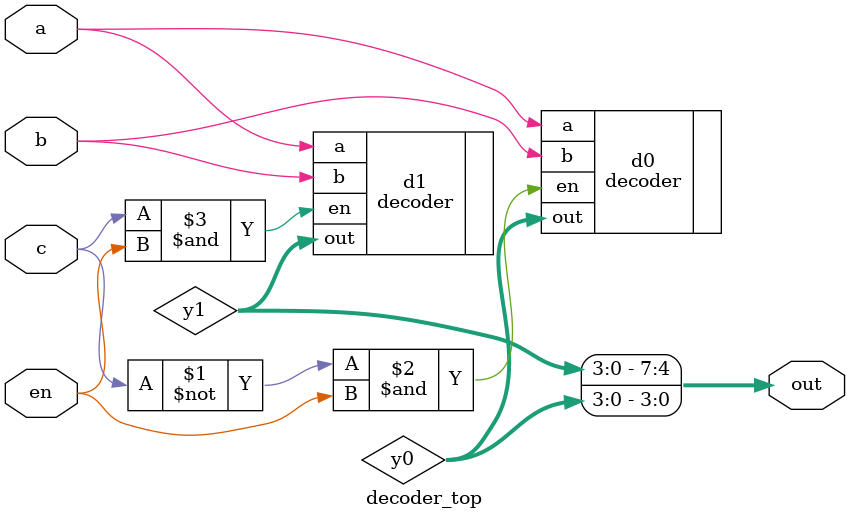
<source format=v>
/*
    3x8 Decoder
    
    Using 2 2x4 decoders
*/

`timescale 1ns / 1ps
module decoder_top(
    input a,
    input b,
    input c,
    input en,
    output [7:0] out
    );
        // Internal connections
        wire [3:0] y0, y1; // outputs of the two 2x4 muxes

    // Decoder when c = 0, y[3:0]
    decoder d0(
        .en(~c & en),      // enable only if c == 0
        .a(a),
        .b(b),
        .out(y0)
    );

    // Decoder when c = 1, y[7:4]
    decoder d1(
        .en(c & en),       // enable only if c == 1
        .a(a),
        .b(b),
        .out(y1)
    );

    // Combine outputs
    assign out = {y1, y0};
endmodule
</source>
